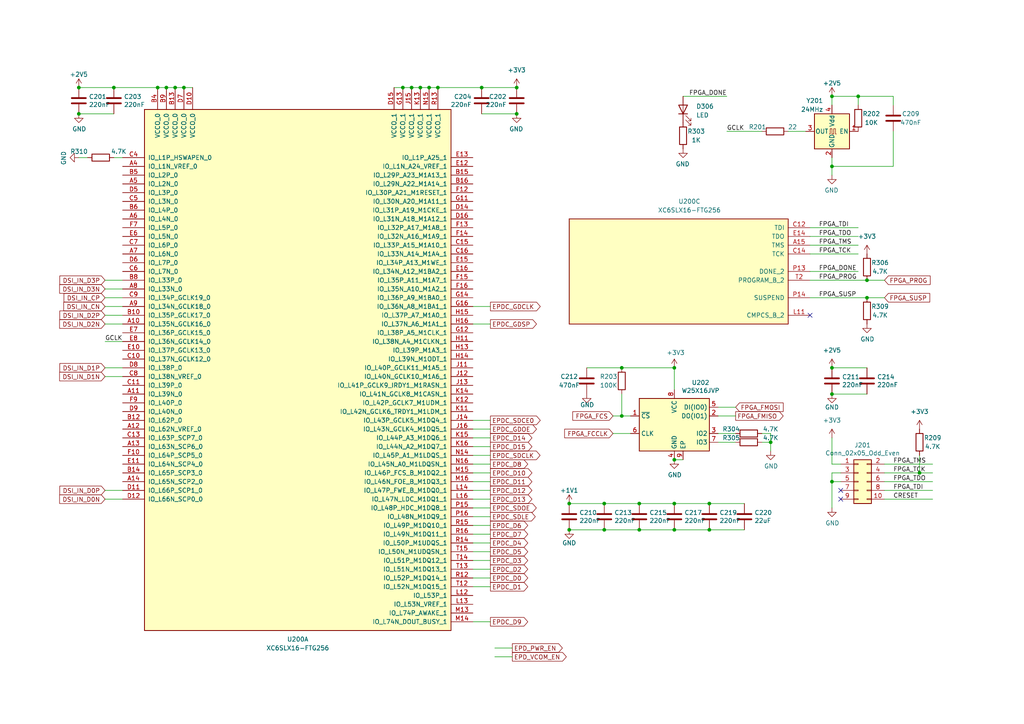
<source format=kicad_sch>
(kicad_sch (version 20210621) (generator eeschema)
  (paper "A4")
  (lib_symbols
    (symbol "Connector_Generic:Conn_02x05_Odd_Even" (pin_names (offset 1.016) hide)
      (property "Reference" "J" (at 1.27 7.62 0))
      (property "Value" "Conn_02x05_Odd_Even" (at 1.27 -7.62 0))
      (symbol "Conn_02x05_Odd_Even_1_1"
        (pin passive line (at -5.08 5.08 0) (length 3.81) (name "Pin_1") (number "1"))
        (pin passive line (at 7.62 -5.08 180) (length 3.81) (name "Pin_10") (number "10"))
        (pin passive line (at 7.62 5.08 180) (length 3.81) (name "Pin_2") (number "2"))
        (pin passive line (at -5.08 2.54 0) (length 3.81) (name "Pin_3") (number "3"))
        (pin passive line (at 7.62 2.54 180) (length 3.81) (name "Pin_4") (number "4"))
        (pin passive line (at -5.08 0 0) (length 3.81) (name "Pin_5") (number "5"))
        (pin passive line (at 7.62 0 180) (length 3.81) (name "Pin_6") (number "6"))
        (pin passive line (at -5.08 -2.54 0) (length 3.81) (name "Pin_7") (number "7"))
        (pin passive line (at 7.62 -2.54 180) (length 3.81) (name "Pin_8") (number "8"))
        (pin passive line (at -5.08 -5.08 0) (length 3.81) (name "Pin_9") (number "9"))
      )
    )
    (symbol "Device:C" (pin_numbers hide) (pin_names (offset 0.254))
      (property "Reference" "C" (at 0.635 2.54 0))
      (property "Value" "C" (at 0.635 -2.54 0))
      (symbol "C_1_1"
        (pin passive line (at 0 3.81 270) (length 2.794) (name "~") (number "1"))
        (pin passive line (at 0 -3.81 90) (length 2.794) (name "~") (number "2"))
      )
    )
    (symbol "Device:LED" (pin_numbers hide) (pin_names (offset 1.016) hide)
      (property "Reference" "D" (at 0 2.54 0))
      (property "Value" "LED" (at 0 -2.54 0))
      (symbol "LED_1_1"
        (pin passive line (at -3.81 0 0) (length 2.54) (name "K") (number "1"))
        (pin passive line (at 3.81 0 180) (length 2.54) (name "A") (number "2"))
      )
    )
    (symbol "Device:R" (pin_numbers hide) (pin_names (offset 0))
      (property "Reference" "R" (at 2.032 0 90))
      (property "Value" "R" (at 0 0 90))
      (symbol "R_1_1"
        (pin passive line (at 0 3.81 270) (length 1.27) (name "~") (number "1"))
        (pin passive line (at 0 -3.81 90) (length 1.27) (name "~") (number "2"))
      )
    )
    (symbol "FPGA_Xilinx_Spartan6:XC6SLX16-FTG256" (pin_names (offset 1.016))
      (property "Reference" "U" (at 0 1.27 0))
      (property "Value" "XC6SLX16-FTG256" (at 0 -1.27 0))
      (symbol "XC6SLX16-FTG256_1_1"
        (pin bidirectional line (at -50.8 10.16 0) (length 6.35) (name "IO_L35N_GCLK16_0") (number "A10"))
        (pin bidirectional line (at -50.8 -10.16 0) (length 6.35) (name "IO_L39N_0") (number "A11"))
        (pin bidirectional line (at -50.8 -20.32 0) (length 6.35) (name "IO_L62N_VREF_0") (number "A12"))
        (pin bidirectional line (at -50.8 -25.4 0) (length 6.35) (name "IO_L63N_SCP6_0") (number "A13"))
        (pin bidirectional line (at -50.8 -35.56 0) (length 6.35) (name "IO_L65N_SCP2_0") (number "A14"))
        (pin bidirectional line (at -50.8 55.88 0) (length 6.35) (name "IO_L1N_VREF_0") (number "A4"))
        (pin bidirectional line (at -50.8 50.8 0) (length 6.35) (name "IO_L2N_0") (number "A5"))
        (pin bidirectional line (at -50.8 40.64 0) (length 6.35) (name "IO_L4N_0") (number "A6"))
        (pin bidirectional line (at -50.8 30.48 0) (length 6.35) (name "IO_L6N_0") (number "A7"))
        (pin bidirectional line (at -50.8 20.32 0) (length 6.35) (name "IO_L33N_0") (number "A8"))
        (pin bidirectional line (at -50.8 15.24 0) (length 6.35) (name "IO_L34N_GCLK18_0") (number "A9"))
        (pin bidirectional line (at -50.8 12.7 0) (length 6.35) (name "IO_L35P_GCLK17_0") (number "B10"))
        (pin bidirectional line (at -50.8 -17.78 0) (length 6.35) (name "IO_L62P_0") (number "B12"))
        (pin power_in line (at -35.56 78.74 270) (length 6.35) (name "VCCO_0") (number "B13"))
        (pin bidirectional line (at -50.8 -33.02 0) (length 6.35) (name "IO_L65P_SCP3_0") (number "B14"))
        (pin bidirectional line (at 50.8 53.34 180) (length 6.35) (name "IO_L29P_A23_M1A13_1") (number "B15"))
        (pin bidirectional line (at 50.8 50.8 180) (length 6.35) (name "IO_L29N_A22_M1A14_1") (number "B16"))
        (pin power_in line (at -40.64 78.74 270) (length 6.35) (name "VCCO_0") (number "B4"))
        (pin bidirectional line (at -50.8 53.34 0) (length 6.35) (name "IO_L2P_0") (number "B5"))
        (pin bidirectional line (at -50.8 43.18 0) (length 6.35) (name "IO_L4P_0") (number "B6"))
        (pin bidirectional line (at -50.8 22.86 0) (length 6.35) (name "IO_L33P_0") (number "B8"))
        (pin power_in line (at -38.1 78.74 270) (length 6.35) (name "VCCO_0") (number "B9"))
        (pin bidirectional line (at -50.8 0 0) (length 6.35) (name "IO_L37N_GCLK12_0") (number "C10"))
        (pin bidirectional line (at -50.8 -7.62 0) (length 6.35) (name "IO_L39P_0") (number "C11"))
        (pin bidirectional line (at -50.8 -22.86 0) (length 6.35) (name "IO_L63P_SCP7_0") (number "C13"))
        (pin bidirectional line (at 50.8 33.02 180) (length 6.35) (name "IO_L33P_A15_M1A10_1") (number "C15"))
        (pin bidirectional line (at 50.8 30.48 180) (length 6.35) (name "IO_L33N_A14_M1A4_1") (number "C16"))
        (pin bidirectional line (at -50.8 58.42 0) (length 6.35) (name "IO_L1P_HSWAPEN_0") (number "C4"))
        (pin bidirectional line (at -50.8 45.72 0) (length 6.35) (name "IO_L3N_0") (number "C5"))
        (pin bidirectional line (at -50.8 25.4 0) (length 6.35) (name "IO_L7N_0") (number "C6"))
        (pin bidirectional line (at -50.8 33.02 0) (length 6.35) (name "IO_L6P_0") (number "C7"))
        (pin bidirectional line (at -50.8 -5.08 0) (length 6.35) (name "IO_L38N_VREF_0") (number "C8"))
        (pin bidirectional line (at -50.8 17.78 0) (length 6.35) (name "IO_L34P_GCLK19_0") (number "C9"))
        (pin power_in line (at -30.48 78.74 270) (length 6.35) (name "VCCO_0") (number "D10"))
        (pin bidirectional line (at -50.8 -38.1 0) (length 6.35) (name "IO_L66P_SCP1_0") (number "D11"))
        (pin bidirectional line (at -50.8 -40.64 0) (length 6.35) (name "IO_L66N_SCP0_0") (number "D12"))
        (pin bidirectional line (at 50.8 43.18 180) (length 6.35) (name "IO_L31P_A19_M1CKE_1") (number "D14"))
        (pin power_in line (at 27.94 78.74 270) (length 6.35) (name "VCCO_1") (number "D15"))
        (pin bidirectional line (at 50.8 40.64 180) (length 6.35) (name "IO_L31N_A18_M1A12_1") (number "D16"))
        (pin bidirectional line (at -50.8 48.26 0) (length 6.35) (name "IO_L3P_0") (number "D5"))
        (pin bidirectional line (at -50.8 27.94 0) (length 6.35) (name "IO_L7P_0") (number "D6"))
        (pin power_in line (at -33.02 78.74 270) (length 6.35) (name "VCCO_0") (number "D7"))
        (pin bidirectional line (at -50.8 -2.54 0) (length 6.35) (name "IO_L38P_0") (number "D8"))
        (pin bidirectional line (at -50.8 -15.24 0) (length 6.35) (name "IO_L40N_0") (number "D9"))
        (pin bidirectional line (at -50.8 2.54 0) (length 6.35) (name "IO_L37P_GCLK13_0") (number "E10"))
        (pin bidirectional line (at -50.8 -30.48 0) (length 6.35) (name "IO_L64N_SCP4_0") (number "E11"))
        (pin bidirectional line (at 50.8 55.88 180) (length 6.35) (name "IO_L1N_A24_VREF_1") (number "E12"))
        (pin bidirectional line (at 50.8 58.42 180) (length 6.35) (name "IO_L1P_A25_1") (number "E13"))
        (pin bidirectional line (at 50.8 27.94 180) (length 6.35) (name "IO_L34P_A13_M1WE_1") (number "E15"))
        (pin bidirectional line (at 50.8 25.4 180) (length 6.35) (name "IO_L34N_A12_M1BA2_1") (number "E16"))
        (pin bidirectional line (at -50.8 35.56 0) (length 6.35) (name "IO_L5N_0") (number "E6"))
        (pin bidirectional line (at -50.8 7.62 0) (length 6.35) (name "IO_L36P_GCLK15_0") (number "E7"))
        (pin bidirectional line (at -50.8 5.08 0) (length 6.35) (name "IO_L36N_GCLK14_0") (number "E8"))
        (pin bidirectional line (at -50.8 -27.94 0) (length 6.35) (name "IO_L64P_SCP5_0") (number "F10"))
        (pin bidirectional line (at 50.8 48.26 180) (length 6.35) (name "IO_L30P_A21_M1RESET_1") (number "F12"))
        (pin bidirectional line (at 50.8 38.1 180) (length 6.35) (name "IO_L32P_A17_M1A8_1") (number "F13"))
        (pin bidirectional line (at 50.8 35.56 180) (length 6.35) (name "IO_L32N_A16_M1A9_1") (number "F14"))
        (pin bidirectional line (at 50.8 22.86 180) (length 6.35) (name "IO_L35P_A11_M1A7_1") (number "F15"))
        (pin bidirectional line (at 50.8 20.32 180) (length 6.35) (name "IO_L35N_A10_M1A2_1") (number "F16"))
        (pin bidirectional line (at -50.8 38.1 0) (length 6.35) (name "IO_L5P_0") (number "F7"))
        (pin bidirectional line (at -50.8 -12.7 0) (length 6.35) (name "IO_L40P_0") (number "F9"))
        (pin bidirectional line (at 50.8 45.72 180) (length 6.35) (name "IO_L30N_A20_M1A11_1") (number "G11"))
        (pin bidirectional line (at 50.8 7.62 180) (length 6.35) (name "IO_L38P_A5_M1CLK_1") (number "G12"))
        (pin power_in line (at 30.48 78.74 270) (length 6.35) (name "VCCO_1") (number "G13"))
        (pin bidirectional line (at 50.8 17.78 180) (length 6.35) (name "IO_L36P_A9_M1BA0_1") (number "G14"))
        (pin bidirectional line (at 50.8 15.24 180) (length 6.35) (name "IO_L36N_A8_M1BA1_1") (number "G16"))
        (pin bidirectional line (at 50.8 5.08 180) (length 6.35) (name "IO_L38N_A4_M1CLKN_1") (number "H11"))
        (pin bidirectional line (at 50.8 2.54 180) (length 6.35) (name "IO_L39P_M1A3_1") (number "H13"))
        (pin bidirectional line (at 50.8 0 180) (length 6.35) (name "IO_L39N_M1ODT_1") (number "H14"))
        (pin bidirectional line (at 50.8 12.7 180) (length 6.35) (name "IO_L37P_A7_M1A0_1") (number "H15"))
        (pin bidirectional line (at 50.8 10.16 180) (length 6.35) (name "IO_L37N_A6_M1A1_1") (number "H16"))
        (pin bidirectional line (at 50.8 -2.54 180) (length 6.35) (name "IO_L40P_GCLK11_M1A5_1") (number "J11"))
        (pin bidirectional line (at 50.8 -5.08 180) (length 6.35) (name "IO_L40N_GCLK10_M1A6_1") (number "J12"))
        (pin bidirectional line (at 50.8 -7.62 180) (length 6.35) (name "IO_L41P_GCLK9_IRDY1_M1RASN_1") (number "J13"))
        (pin bidirectional line (at 50.8 -17.78 180) (length 6.35) (name "IO_L43P_GCLK5_M1DQ4_1") (number "J14"))
        (pin power_in line (at 33.02 78.74 270) (length 6.35) (name "VCCO_1") (number "J15"))
        (pin bidirectional line (at 50.8 -20.32 180) (length 6.35) (name "IO_L43N_GCLK4_M1DQ5_1") (number "J16"))
        (pin bidirectional line (at 50.8 -15.24 180) (length 6.35) (name "IO_L42N_GCLK6_TRDY1_M1LDM_1") (number "K11"))
        (pin bidirectional line (at 50.8 -12.7 180) (length 6.35) (name "IO_L42P_GCLK7_M1UDM_1") (number "K12"))
        (pin power_in line (at 35.56 78.74 270) (length 6.35) (name "VCCO_1") (number "K13"))
        (pin bidirectional line (at 50.8 -10.16 180) (length 6.35) (name "IO_L41N_GCLK8_M1CASN_1") (number "K14"))
        (pin bidirectional line (at 50.8 -22.86 180) (length 6.35) (name "IO_L44P_A3_M1DQ6_1") (number "K15"))
        (pin bidirectional line (at 50.8 -25.4 180) (length 6.35) (name "IO_L44N_A2_M1DQ7_1") (number "K16"))
        (pin bidirectional line (at 50.8 -68.58 180) (length 6.35) (name "IO_L53P_1") (number "L12"))
        (pin bidirectional line (at 50.8 -71.12 180) (length 6.35) (name "IO_L53N_VREF_1") (number "L13"))
        (pin bidirectional line (at 50.8 -38.1 180) (length 6.35) (name "IO_L47P_FWE_B_M1DQ0_1") (number "L14"))
        (pin bidirectional line (at 50.8 -40.64 180) (length 6.35) (name "IO_L47N_LDC_M1DQ1_1") (number "L16"))
        (pin bidirectional line (at 50.8 -73.66 180) (length 6.35) (name "IO_L74P_AWAKE_1") (number "M13"))
        (pin bidirectional line (at 50.8 -76.2 180) (length 6.35) (name "IO_L74N_DOUT_BUSY_1") (number "M14"))
        (pin bidirectional line (at 50.8 -33.02 180) (length 6.35) (name "IO_L46P_FCS_B_M1DQ2_1") (number "M15"))
        (pin bidirectional line (at 50.8 -35.56 180) (length 6.35) (name "IO_L46N_FOE_B_M1DQ3_1") (number "M16"))
        (pin bidirectional line (at 50.8 -27.94 180) (length 6.35) (name "IO_L45P_A1_M1LDQS_1") (number "N14"))
        (pin power_in line (at 38.1 78.74 270) (length 6.35) (name "VCCO_1") (number "N15"))
        (pin bidirectional line (at 50.8 -30.48 180) (length 6.35) (name "IO_L45N_A0_M1LDQSN_1") (number "N16"))
        (pin bidirectional line (at 50.8 -43.18 180) (length 6.35) (name "IO_L48P_HDC_M1DQ8_1") (number "P15"))
        (pin bidirectional line (at 50.8 -45.72 180) (length 6.35) (name "IO_L48N_M1DQ9_1") (number "P16"))
        (pin bidirectional line (at 50.8 -63.5 180) (length 6.35) (name "IO_L52P_M1DQ14_1") (number "R12"))
        (pin power_in line (at 40.64 78.74 270) (length 6.35) (name "VCCO_1") (number "R13"))
        (pin bidirectional line (at 50.8 -53.34 180) (length 6.35) (name "IO_L50P_M1UDQS_1") (number "R14"))
        (pin bidirectional line (at 50.8 -48.26 180) (length 6.35) (name "IO_L49P_M1DQ10_1") (number "R15"))
        (pin bidirectional line (at 50.8 -50.8 180) (length 6.35) (name "IO_L49N_M1DQ11_1") (number "R16"))
        (pin bidirectional line (at 50.8 -66.04 180) (length 6.35) (name "IO_L52N_M1DQ15_1") (number "T12"))
        (pin bidirectional line (at 50.8 -60.96 180) (length 6.35) (name "IO_L51N_M1DQ13_1") (number "T13"))
        (pin bidirectional line (at 50.8 -58.42 180) (length 6.35) (name "IO_L51P_M1DQ12_1") (number "T14"))
        (pin bidirectional line (at 50.8 -55.88 180) (length 6.35) (name "IO_L50N_M1UDQSN_1") (number "T15"))
      )
      (symbol "XC6SLX16-FTG256_2_1"
        (pin bidirectional line (at 50.8 -55.88 180) (length 6.35) (name "IO_L52N_M3A9_3") (number "A2"))
        (pin bidirectional line (at 50.8 -76.2 180) (length 6.35) (name "IO_L83N_VREF_3") (number "A3"))
        (pin bidirectional line (at 50.8 -45.72 180) (length 6.35) (name "IO_L50N_M3BA2_3") (number "B1"))
        (pin bidirectional line (at 50.8 -53.34 180) (length 6.35) (name "IO_L52P_M3A8_3") (number "B2"))
        (pin bidirectional line (at 50.8 -73.66 180) (length 6.35) (name "IO_L83P_3") (number "B3"))
        (pin bidirectional line (at 50.8 -43.18 180) (length 6.35) (name "IO_L50P_M3WE_3") (number "C1"))
        (pin bidirectional line (at 50.8 -35.56 180) (length 6.35) (name "IO_L48N_M3BA1_3") (number "C2"))
        (pin bidirectional line (at 50.8 -33.02 180) (length 6.35) (name "IO_L48P_M3BA0_3") (number "C3"))
        (pin bidirectional line (at 50.8 -40.64 180) (length 6.35) (name "IO_L49N_M3A2_3") (number "D1"))
        (pin power_in line (at 30.48 78.74 270) (length 6.35) (name "VCCO_3") (number "D2"))
        (pin bidirectional line (at 50.8 -38.1 180) (length 6.35) (name "IO_L49P_M3A7_3") (number "D3"))
        (pin bidirectional line (at 50.8 -25.4 180) (length 6.35) (name "IO_L46N_M3CLKN_3") (number "E1"))
        (pin bidirectional line (at 50.8 -22.86 180) (length 6.35) (name "IO_L46P_M3CLK_3") (number "E2"))
        (pin bidirectional line (at 50.8 -66.04 180) (length 6.35) (name "IO_L54N_M3A11_3") (number "E3"))
        (pin bidirectional line (at 50.8 -63.5 180) (length 6.35) (name "IO_L54P_M3RESET_3") (number "E4"))
        (pin bidirectional line (at 50.8 0 180) (length 6.35) (name "IO_L41N_GCLK26_M3DQ5_3") (number "F1"))
        (pin bidirectional line (at 50.8 2.54 180) (length 6.35) (name "IO_L41P_GCLK27_M3DQ4_3") (number "F2"))
        (pin bidirectional line (at 50.8 -60.96 180) (length 6.35) (name "IO_L53N_M3A12_3") (number "F3"))
        (pin bidirectional line (at 50.8 -58.42 180) (length 6.35) (name "IO_L53P_M3CKE_3") (number "F4"))
        (pin bidirectional line (at 50.8 -71.12 180) (length 6.35) (name "IO_L55N_M3A14_3") (number "F5"))
        (pin bidirectional line (at 50.8 -68.58 180) (length 6.35) (name "IO_L55P_M3A13_3") (number "F6"))
        (pin bidirectional line (at 50.8 5.08 180) (length 6.35) (name "IO_L40N_M3DQ7_3") (number "G1"))
        (pin bidirectional line (at 50.8 7.62 180) (length 6.35) (name "IO_L40P_M3DQ6_3") (number "G3"))
        (pin power_in line (at 33.02 78.74 270) (length 6.35) (name "VCCO_3") (number "G4"))
        (pin bidirectional line (at 50.8 -50.8 180) (length 6.35) (name "IO_L51N_M3A4_3") (number "G5"))
        (pin bidirectional line (at 50.8 -48.26 180) (length 6.35) (name "IO_L51P_M3A10_3") (number "G6"))
        (pin bidirectional line (at 50.8 10.16 180) (length 6.35) (name "IO_L39N_M3LDQSN_3") (number "H1"))
        (pin bidirectional line (at 50.8 12.7 180) (length 6.35) (name "IO_L39P_M3LDQS_3") (number "H2"))
        (pin bidirectional line (at 50.8 -15.24 180) (length 6.35) (name "IO_L44N_GCLK20_M3A6_3") (number "H3"))
        (pin bidirectional line (at 50.8 -12.7 180) (length 6.35) (name "IO_L44P_GCLK21_M3A5_3") (number "H4"))
        (pin bidirectional line (at 50.8 -10.16 180) (length 6.35) (name "IO_L43N_GCLK22_IRDY2_M3CASN_3") (number "H5"))
        (pin bidirectional line (at 50.8 15.24 180) (length 6.35) (name "IO_L38N_M3DQ3_3") (number "J1"))
        (pin power_in line (at 35.56 78.74 270) (length 6.35) (name "VCCO_3") (number "J2"))
        (pin bidirectional line (at 50.8 17.78 180) (length 6.35) (name "IO_L38P_M3DQ2_3") (number "J3"))
        (pin bidirectional line (at 50.8 -5.08 180) (length 6.35) (name "IO_L42N_GCLK24_M3LDM_3") (number "J4"))
        (pin bidirectional line (at 50.8 -7.62 180) (length 6.35) (name "IO_L43P_GCLK23_M3RASN_3") (number "J6"))
        (pin bidirectional line (at 50.8 20.32 180) (length 6.35) (name "IO_L37N_M3DQ1_3") (number "K1"))
        (pin bidirectional line (at 50.8 22.86 180) (length 6.35) (name "IO_L37P_M3DQ0_3") (number "K2"))
        (pin bidirectional line (at 50.8 -2.54 180) (length 6.35) (name "IO_L42P_GCLK25_TRDY2_M3UDM_3") (number "K3"))
        (pin power_in line (at 38.1 78.74 270) (length 6.35) (name "VCCO_3") (number "K4"))
        (pin bidirectional line (at 50.8 -27.94 180) (length 6.35) (name "IO_L47P_M3A0_3") (number "K5"))
        (pin bidirectional line (at 50.8 -30.48 180) (length 6.35) (name "IO_L47N_M3A1_3") (number "K6"))
        (pin bidirectional line (at 50.8 25.4 180) (length 6.35) (name "IO_L36N_M3DQ9_3") (number "L1"))
        (pin bidirectional line (at -50.8 27.94 0) (length 6.35) (name "IO_L16P_2") (number "L10"))
        (pin bidirectional line (at 50.8 27.94 180) (length 6.35) (name "IO_L36P_M3DQ8_3") (number "L3"))
        (pin bidirectional line (at 50.8 -17.78 180) (length 6.35) (name "IO_L45P_M3A3_3") (number "L4"))
        (pin bidirectional line (at 50.8 -20.32 180) (length 6.35) (name "IO_L45N_M3ODT_3") (number "L5"))
        (pin bidirectional line (at -50.8 -20.32 0) (length 6.35) (name "IO_L62N_D6_2") (number "L7"))
        (pin bidirectional line (at -50.8 -17.78 0) (length 6.35) (name "IO_L62P_D5_2") (number "L8"))
        (pin bidirectional line (at 50.8 30.48 180) (length 6.35) (name "IO_L35N_M3DQ11_3") (number "M1"))
        (pin bidirectional line (at -50.8 25.4 0) (length 6.35) (name "IO_L16N_VREF_2") (number "M10"))
        (pin bidirectional line (at -50.8 50.8 0) (length 6.35) (name "IO_L2N_CMPMOSI_2") (number "M11"))
        (pin bidirectional line (at -50.8 53.34 0) (length 6.35) (name "IO_L2P_CMPCLK_2") (number "M12"))
        (pin bidirectional line (at 50.8 33.02 180) (length 6.35) (name "IO_L35P_M3DQ10_3") (number "M2"))
        (pin bidirectional line (at 50.8 55.88 180) (length 6.35) (name "IO_L1N_VREF_3") (number "M3"))
        (pin bidirectional line (at 50.8 58.42 180) (length 6.35) (name "IO_L1P_3") (number "M4"))
        (pin bidirectional line (at 50.8 53.34 180) (length 6.35) (name "IO_L2P_3") (number "M5"))
        (pin bidirectional line (at -50.8 -27.94 0) (length 6.35) (name "IO_L64P_D8_2") (number "M6"))
        (pin bidirectional line (at -50.8 5.08 0) (length 6.35) (name "IO_L31N_GCLK30_D15_2") (number "M7"))
        (pin bidirectional line (at -50.8 17.78 0) (length 6.35) (name "IO_L29P_GCLK3_2") (number "M9"))
        (pin bidirectional line (at 50.8 35.56 180) (length 6.35) (name "IO_L34N_M3UDQSN_3") (number "N1"))
        (pin power_in line (at -38.1 78.74 270) (length 6.35) (name "VCCO_2") (number "N10"))
        (pin bidirectional line (at -50.8 38.1 0) (length 6.35) (name "IO_L13P_M1_2") (number "N11"))
        (pin bidirectional line (at -50.8 43.18 0) (length 6.35) (name "IO_L12P_D1_MISO2_2") (number "N12"))
        (pin power_in line (at 40.64 78.74 270) (length 6.35) (name "VCCO_3") (number "N2"))
        (pin bidirectional line (at 50.8 38.1 180) (length 6.35) (name "IO_L34P_M3UDQS_3") (number "N3"))
        (pin bidirectional line (at 50.8 50.8 180) (length 6.35) (name "IO_L2N_3") (number "N4"))
        (pin bidirectional line (at -50.8 -12.7 0) (length 6.35) (name "IO_L49P_D3_2") (number "N5"))
        (pin bidirectional line (at -50.8 -30.48 0) (length 6.35) (name "IO_L64N_D9_2") (number "N6"))
        (pin power_in line (at -40.64 78.74 270) (length 6.35) (name "VCCO_2") (number "N7"))
        (pin bidirectional line (at -50.8 15.24 0) (length 6.35) (name "IO_L29N_GCLK2_2") (number "N8"))
        (pin bidirectional line (at -50.8 33.02 0) (length 6.35) (name "IO_L14P_D11_2") (number "N9"))
        (pin bidirectional line (at 50.8 40.64 180) (length 6.35) (name "IO_L33N_M3DQ13_3") (number "P1"))
        (pin bidirectional line (at -50.8 48.26 0) (length 6.35) (name "IO_L3P_D0_DIN_MISO_MISO1_2") (number "P10"))
        (pin bidirectional line (at -50.8 35.56 0) (length 6.35) (name "IO_L13N_D10_2") (number "P11"))
        (pin bidirectional line (at -50.8 40.64 0) (length 6.35) (name "IO_L12N_D2_MISO3_2") (number "P12"))
        (pin bidirectional line (at 50.8 43.18 180) (length 6.35) (name "IO_L33P_M3DQ12_3") (number "P2"))
        (pin bidirectional line (at -50.8 -22.86 0) (length 6.35) (name "IO_L63P_2") (number "P4"))
        (pin bidirectional line (at -50.8 -15.24 0) (length 6.35) (name "IO_L49N_D4_2") (number "P5"))
        (pin bidirectional line (at -50.8 -2.54 0) (length 6.35) (name "IO_L47P_2") (number "P6"))
        (pin bidirectional line (at -50.8 7.62 0) (length 6.35) (name "IO_L31P_GCLK31_D14_2") (number "P7"))
        (pin bidirectional line (at -50.8 12.7 0) (length 6.35) (name "IO_L30P_GCLK1_D13_2") (number "P8"))
        (pin bidirectional line (at -50.8 30.48 0) (length 6.35) (name "IO_L14N_D12_2") (number "P9"))
        (pin bidirectional line (at 50.8 45.72 180) (length 6.35) (name "IO_L32N_M3DQ15_3") (number "R1"))
        (pin bidirectional line (at -50.8 58.42 0) (length 6.35) (name "IO_L1P_CCLK_2") (number "R11"))
        (pin bidirectional line (at 50.8 48.26 180) (length 6.35) (name "IO_L32P_M3DQ14_3") (number "R2"))
        (pin bidirectional line (at -50.8 -33.02 0) (length 6.35) (name "IO_L65P_INIT_B_2") (number "R3"))
        (pin power_in line (at -35.56 78.74 270) (length 6.35) (name "VCCO_2") (number "R4"))
        (pin bidirectional line (at -50.8 -7.62 0) (length 6.35) (name "IO_L48P_D7_2") (number "R5"))
        (pin bidirectional line (at -50.8 2.54 0) (length 6.35) (name "IO_L32P_GCLK29_2") (number "R7"))
        (pin power_in line (at -33.02 78.74 270) (length 6.35) (name "VCCO_2") (number "R8"))
        (pin bidirectional line (at -50.8 22.86 0) (length 6.35) (name "IO_L23P_2") (number "R9"))
        (pin bidirectional line (at -50.8 45.72 0) (length 6.35) (name "IO_L3N_MOSI_CSI_B_MISO0_2") (number "T10"))
        (pin bidirectional line (at -50.8 55.88 0) (length 6.35) (name "IO_L1N_M0_CMPMISO_2") (number "T11"))
        (pin bidirectional line (at -50.8 -35.56 0) (length 6.35) (name "IO_L65N_CSO_B_2") (number "T3"))
        (pin bidirectional line (at -50.8 -25.4 0) (length 6.35) (name "IO_L63N_2") (number "T4"))
        (pin bidirectional line (at -50.8 -10.16 0) (length 6.35) (name "IO_L48N_RDWR_B_VREF_2") (number "T5"))
        (pin bidirectional line (at -50.8 -5.08 0) (length 6.35) (name "IO_L47N_2") (number "T6"))
        (pin bidirectional line (at -50.8 0 0) (length 6.35) (name "IO_L32N_GCLK28_2") (number "T7"))
        (pin bidirectional line (at -50.8 10.16 0) (length 6.35) (name "IO_L30N_GCLK0_USERCCLK_2") (number "T8"))
        (pin bidirectional line (at -50.8 20.32 0) (length 6.35) (name "IO_L23N_2") (number "T9"))
      )
      (symbol "XC6SLX16-FTG256_3_1"
        (pin bidirectional line (at 38.1 7.62 180) (length 6.35) (name "TMS") (number "A15"))
        (pin bidirectional line (at 38.1 12.7 180) (length 6.35) (name "TDI") (number "C12"))
        (pin bidirectional line (at 38.1 5.08 180) (length 6.35) (name "TCK") (number "C14"))
        (pin bidirectional line (at 38.1 10.16 180) (length 6.35) (name "TDO") (number "E14"))
        (pin bidirectional line (at 38.1 -12.7 180) (length 6.35) (name "CMPCS_B_2") (number "L11"))
        (pin bidirectional line (at 38.1 0 180) (length 6.35) (name "DONE_2") (number "P13"))
        (pin bidirectional line (at 38.1 -7.62 180) (length 6.35) (name "SUSPEND") (number "P14"))
        (pin bidirectional line (at 38.1 -2.54 180) (length 6.35) (name "PROGRAM_B_2") (number "T2"))
      )
      (symbol "XC6SLX16-FTG256_4_1"
        (pin power_in line (at -25.4 2.54 0) (length 6.35) (name "GND") (number "A1"))
        (pin power_in line (at -25.4 0 0) (length 6.35) (name "GND") (number "A16"))
        (pin power_in line (at -25.4 -5.08 0) (length 6.35) (name "GND") (number "B11"))
        (pin power_in line (at -25.4 -2.54 0) (length 6.35) (name "GND") (number "B7"))
        (pin power_in line (at -25.4 -10.16 0) (length 6.35) (name "GND") (number "D13"))
        (pin power_in line (at -25.4 -7.62 0) (length 6.35) (name "GND") (number "D4"))
        (pin power_in line (at -25.4 27.94 0) (length 6.35) (name "VCCAUX") (number "E5"))
        (pin power_in line (at -25.4 -12.7 0) (length 6.35) (name "GND") (number "E9"))
        (pin power_in line (at -25.4 22.86 0) (length 6.35) (name "VCCAUX") (number "F11"))
        (pin power_in line (at -25.4 25.4 0) (length 6.35) (name "VCCAUX") (number "F8"))
        (pin power_in line (at -25.4 20.32 0) (length 6.35) (name "VCCAUX") (number "G10"))
        (pin power_in line (at -25.4 -20.32 0) (length 6.35) (name "GND") (number "G15"))
        (pin power_in line (at -25.4 -15.24 0) (length 6.35) (name "GND") (number "G2"))
        (pin power_in line (at 25.4 27.94 180) (length 6.35) (name "VCCINT") (number "G7"))
        (pin power_in line (at -25.4 -17.78 0) (length 6.35) (name "GND") (number "G8"))
        (pin power_in line (at 25.4 25.4 180) (length 6.35) (name "VCCINT") (number "G9"))
        (pin power_in line (at 25.4 20.32 180) (length 6.35) (name "VCCINT") (number "H10"))
        (pin power_in line (at -25.4 -27.94 0) (length 6.35) (name "GND") (number "H12"))
        (pin power_in line (at -25.4 17.78 0) (length 6.35) (name "VCCAUX") (number "H6"))
        (pin power_in line (at -25.4 -22.86 0) (length 6.35) (name "GND") (number "H7"))
        (pin power_in line (at 25.4 22.86 180) (length 6.35) (name "VCCINT") (number "H8"))
        (pin power_in line (at -25.4 -25.4 0) (length 6.35) (name "GND") (number "H9"))
        (pin power_in line (at -25.4 15.24 0) (length 6.35) (name "VCCAUX") (number "J10"))
        (pin power_in line (at 25.4 2.54 180) (length 6.35) (name "GND") (number "J5"))
        (pin power_in line (at 25.4 17.78 180) (length 6.35) (name "VCCINT") (number "J7"))
        (pin power_in line (at 25.4 0 180) (length 6.35) (name "GND") (number "J8"))
        (pin power_in line (at 25.4 15.24 180) (length 6.35) (name "VCCINT") (number "J9"))
        (pin power_in line (at 25.4 10.16 180) (length 6.35) (name "VCCINT") (number "K10"))
        (pin power_in line (at 25.4 -2.54 180) (length 6.35) (name "GND") (number "K7"))
        (pin power_in line (at 25.4 12.7 180) (length 6.35) (name "VCCINT") (number "K8"))
        (pin power_in line (at 25.4 -5.08 180) (length 6.35) (name "GND") (number "K9"))
        (pin power_in line (at 25.4 -10.16 180) (length 6.35) (name "GND") (number "L15"))
        (pin power_in line (at 25.4 -7.62 180) (length 6.35) (name "GND") (number "L2"))
        (pin power_in line (at -25.4 12.7 0) (length 6.35) (name "VCCAUX") (number "L6"))
        (pin power_in line (at -25.4 10.16 0) (length 6.35) (name "VCCAUX") (number "L9"))
        (pin power_in line (at 25.4 -12.7 180) (length 6.35) (name "GND") (number "M8"))
        (pin power_in line (at 25.4 -15.24 180) (length 6.35) (name "GND") (number "N13"))
        (pin power_in line (at 25.4 -17.78 180) (length 6.35) (name "GND") (number "P3"))
        (pin power_in line (at 25.4 -22.86 180) (length 6.35) (name "GND") (number "R10"))
        (pin power_in line (at 25.4 -20.32 180) (length 6.35) (name "GND") (number "R6"))
        (pin power_in line (at 25.4 -25.4 180) (length 6.35) (name "GND") (number "T1"))
        (pin power_in line (at 25.4 -27.94 180) (length 6.35) (name "GND") (number "T16"))
      )
    )
    (symbol "Memory_Flash:W25Q32JVZP"
      (property "Reference" "U" (at -8.89 8.89 0))
      (property "Value" "W25Q32JVZP" (at 7.62 8.89 0))
      (symbol "W25Q32JVZP_1_1"
        (pin input line (at -12.7 2.54 0) (length 2.54) (name "~{CS}") (number "1"))
        (pin bidirectional line (at 12.7 2.54 180) (length 2.54) (name "DO(IO1)") (number "2"))
        (pin bidirectional line (at 12.7 -2.54 180) (length 2.54) (name "IO2") (number "3"))
        (pin power_in line (at 0 -10.16 90) (length 2.54) (name "GND") (number "4"))
        (pin bidirectional line (at 12.7 5.08 180) (length 2.54) (name "DI(IO0)") (number "5"))
        (pin input line (at -12.7 -2.54 0) (length 2.54) (name "CLK") (number "6"))
        (pin bidirectional line (at 12.7 -5.08 180) (length 2.54) (name "IO3") (number "7"))
        (pin power_in line (at 0 10.16 270) (length 2.54) (name "VCC") (number "8"))
        (pin passive line (at 2.54 -10.16 90) (length 2.54) (name "EP") (number "9"))
      )
    )
    (symbol "Oscillator:ASE-xxxMHz" (pin_names (offset 0.254))
      (property "Reference" "X" (at -5.08 6.35 0))
      (property "Value" "ASE-xxxMHz" (at 1.27 -6.35 0))
      (symbol "ASE-xxxMHz_1_1"
        (pin input line (at -7.62 0 0) (length 2.54) (name "EN") (number "1"))
        (pin power_in line (at 0 -7.62 90) (length 2.54) (name "GND") (number "2"))
        (pin output line (at 7.62 0 180) (length 2.54) (name "OUT") (number "3"))
        (pin power_in line (at 0 7.62 270) (length 2.54) (name "Vdd") (number "4"))
      )
    )
    (symbol "power:+1V1" (power) (pin_names (offset 0))
      (property "Value" "+1V1" (at 0 3.556 0))
      (symbol "+1V1_1_1"
        (pin power_in line (at 0 0 90) (length 0) hide (name "+1V1") (number "1"))
      )
    )
    (symbol "power:+2V5" (power) (pin_names (offset 0))
      (property "Value" "+2V5" (at 0 3.556 0))
      (symbol "+2V5_1_1"
        (pin power_in line (at 0 0 90) (length 0) hide (name "+2V5") (number "1"))
      )
    )
    (symbol "power:+3V3" (power) (pin_names (offset 0))
      (property "Value" "+3V3" (at 0 3.556 0))
      (symbol "+3V3_1_1"
        (pin power_in line (at 0 0 90) (length 0) hide (name "+3V3") (number "1"))
      )
    )
    (symbol "power:GND" (power) (pin_names (offset 0))
      (property "Value" "GND" (at 0 -3.81 0))
      (symbol "GND_1_1"
        (pin power_in line (at 0 0 270) (length 0) hide (name "GND") (number "1"))
      )
    )
  )
  (junction (at 22.86 25.4))
  (junction (at 22.86 33.02))
  (junction (at 33.02 25.4) (diameter 0.9144))
  (junction (at 45.72 25.4))
  (junction (at 48.26 25.4))
  (junction (at 50.8 25.4))
  (junction (at 53.34 25.4))
  (junction (at 116.84 25.4))
  (junction (at 119.38 25.4))
  (junction (at 121.92 25.4))
  (junction (at 124.46 25.4))
  (junction (at 127 25.4))
  (junction (at 139.7 25.4) (diameter 0.9144))
  (junction (at 149.86 25.4))
  (junction (at 149.86 33.02))
  (junction (at 165.1 146.05))
  (junction (at 165.1 153.67) (diameter 0.9144))
  (junction (at 175.26 146.05) (diameter 0.9144))
  (junction (at 175.26 153.67) (diameter 0.9144))
  (junction (at 180.34 106.68) (diameter 0.9144))
  (junction (at 180.34 120.65) (diameter 0.9144))
  (junction (at 185.42 146.05) (diameter 0.9144))
  (junction (at 185.42 153.67) (diameter 0.9144))
  (junction (at 195.58 106.68) (diameter 0.9144))
  (junction (at 195.58 133.35) (diameter 0.9144))
  (junction (at 195.58 146.05) (diameter 0.9144))
  (junction (at 195.58 153.67) (diameter 0.9144))
  (junction (at 205.74 146.05))
  (junction (at 205.74 153.67))
  (junction (at 223.52 128.27))
  (junction (at 241.3 27.94))
  (junction (at 241.3 48.26))
  (junction (at 241.3 106.68))
  (junction (at 241.3 114.3))
  (junction (at 241.3 139.7) (diameter 0.9144))
  (junction (at 248.92 27.94))
  (junction (at 251.46 81.28))
  (junction (at 251.46 86.36))
  (junction (at 266.7 137.16) (diameter 0.9144))
  (no_connect (at 234.95 91.44))
  (no_connect (at 243.84 142.24))
  (no_connect (at 243.84 144.78))
  (wire (pts (xy 22.86 25.4) (xy 33.02 25.4)))
  (wire (pts (xy 22.86 45.72) (xy 25.4 45.72)))
  (wire (pts (xy 30.48 81.28) (xy 35.56 81.28)))
  (wire (pts (xy 30.48 83.82) (xy 35.56 83.82)))
  (wire (pts (xy 30.48 86.36) (xy 35.56 86.36)))
  (wire (pts (xy 30.48 88.9) (xy 35.56 88.9)))
  (wire (pts (xy 30.48 91.44) (xy 35.56 91.44)))
  (wire (pts (xy 30.48 93.98) (xy 35.56 93.98)))
  (wire (pts (xy 30.48 99.06) (xy 35.56 99.06)))
  (wire (pts (xy 30.48 106.68) (xy 35.56 106.68)))
  (wire (pts (xy 30.48 109.22) (xy 35.56 109.22)))
  (wire (pts (xy 30.48 142.24) (xy 35.56 142.24)))
  (wire (pts (xy 30.48 144.78) (xy 35.56 144.78)))
  (wire (pts (xy 33.02 25.4) (xy 45.72 25.4)))
  (wire (pts (xy 33.02 33.02) (xy 22.86 33.02)))
  (wire (pts (xy 33.02 45.72) (xy 35.56 45.72)))
  (wire (pts (xy 45.72 25.4) (xy 48.26 25.4)))
  (wire (pts (xy 48.26 25.4) (xy 50.8 25.4)))
  (wire (pts (xy 50.8 25.4) (xy 53.34 25.4)))
  (wire (pts (xy 53.34 25.4) (xy 55.88 25.4)))
  (wire (pts (xy 114.3 25.4) (xy 116.84 25.4)))
  (wire (pts (xy 116.84 25.4) (xy 119.38 25.4)))
  (wire (pts (xy 119.38 25.4) (xy 121.92 25.4)))
  (wire (pts (xy 124.46 25.4) (xy 121.92 25.4)))
  (wire (pts (xy 127 25.4) (xy 124.46 25.4)))
  (wire (pts (xy 137.16 88.9) (xy 142.24 88.9)))
  (wire (pts (xy 137.16 93.98) (xy 142.24 93.98)))
  (wire (pts (xy 137.16 121.92) (xy 142.24 121.92)))
  (wire (pts (xy 137.16 124.46) (xy 142.24 124.46)))
  (wire (pts (xy 137.16 127) (xy 142.24 127)))
  (wire (pts (xy 137.16 129.54) (xy 142.24 129.54)))
  (wire (pts (xy 137.16 132.08) (xy 142.24 132.08)))
  (wire (pts (xy 137.16 134.62) (xy 142.24 134.62)))
  (wire (pts (xy 137.16 137.16) (xy 142.24 137.16)))
  (wire (pts (xy 137.16 139.7) (xy 142.24 139.7)))
  (wire (pts (xy 137.16 142.24) (xy 142.24 142.24)))
  (wire (pts (xy 137.16 144.78) (xy 142.24 144.78)))
  (wire (pts (xy 137.16 147.32) (xy 142.24 147.32)))
  (wire (pts (xy 137.16 149.86) (xy 142.24 149.86)))
  (wire (pts (xy 137.16 152.4) (xy 142.24 152.4)))
  (wire (pts (xy 137.16 154.94) (xy 142.24 154.94)))
  (wire (pts (xy 137.16 157.48) (xy 142.24 157.48)))
  (wire (pts (xy 137.16 160.02) (xy 142.24 160.02)))
  (wire (pts (xy 137.16 162.56) (xy 142.24 162.56)))
  (wire (pts (xy 137.16 165.1) (xy 142.24 165.1)))
  (wire (pts (xy 137.16 167.64) (xy 142.24 167.64)))
  (wire (pts (xy 137.16 170.18) (xy 142.24 170.18)))
  (wire (pts (xy 137.16 180.34) (xy 142.24 180.34)))
  (wire (pts (xy 139.7 25.4) (xy 127 25.4)))
  (wire (pts (xy 139.7 33.02) (xy 149.86 33.02)))
  (wire (pts (xy 143.51 187.96) (xy 148.59 187.96)))
  (wire (pts (xy 143.51 190.5) (xy 148.59 190.5)))
  (wire (pts (xy 149.86 25.4) (xy 139.7 25.4)))
  (wire (pts (xy 165.1 146.05) (xy 175.26 146.05)))
  (wire (pts (xy 170.18 106.68) (xy 180.34 106.68)))
  (wire (pts (xy 175.26 153.67) (xy 165.1 153.67)))
  (wire (pts (xy 177.8 120.65) (xy 180.34 120.65)))
  (wire (pts (xy 177.8 125.73) (xy 182.88 125.73)))
  (wire (pts (xy 180.34 106.68) (xy 195.58 106.68)))
  (wire (pts (xy 180.34 114.3) (xy 180.34 120.65)))
  (wire (pts (xy 180.34 120.65) (xy 182.88 120.65)))
  (wire (pts (xy 185.42 146.05) (xy 175.26 146.05)))
  (wire (pts (xy 185.42 153.67) (xy 175.26 153.67)))
  (wire (pts (xy 195.58 113.03) (xy 195.58 106.68)))
  (wire (pts (xy 195.58 146.05) (xy 185.42 146.05)))
  (wire (pts (xy 195.58 146.05) (xy 205.74 146.05)))
  (wire (pts (xy 195.58 153.67) (xy 185.42 153.67)))
  (wire (pts (xy 195.58 153.67) (xy 205.74 153.67)))
  (wire (pts (xy 198.12 27.94) (xy 210.82 27.94)))
  (wire (pts (xy 198.12 133.35) (xy 195.58 133.35)))
  (wire (pts (xy 205.74 146.05) (xy 215.9 146.05)))
  (wire (pts (xy 205.74 153.67) (xy 215.9 153.67)))
  (wire (pts (xy 208.28 118.11) (xy 213.36 118.11)))
  (wire (pts (xy 208.28 120.65) (xy 213.36 120.65)))
  (wire (pts (xy 208.28 125.73) (xy 213.36 125.73)))
  (wire (pts (xy 208.28 128.27) (xy 213.36 128.27)))
  (wire (pts (xy 210.82 38.1) (xy 220.98 38.1)))
  (wire (pts (xy 220.98 125.73) (xy 223.52 125.73)))
  (wire (pts (xy 220.98 128.27) (xy 223.52 128.27)))
  (wire (pts (xy 223.52 125.73) (xy 223.52 128.27)))
  (wire (pts (xy 223.52 128.27) (xy 223.52 130.81)))
  (wire (pts (xy 228.6 38.1) (xy 233.68 38.1)))
  (wire (pts (xy 234.95 66.04) (xy 248.92 66.04)))
  (wire (pts (xy 234.95 78.74) (xy 248.92 78.74)))
  (wire (pts (xy 234.95 81.28) (xy 251.46 81.28)))
  (wire (pts (xy 234.95 86.36) (xy 251.46 86.36)))
  (wire (pts (xy 241.3 27.94) (xy 241.3 30.48)))
  (wire (pts (xy 241.3 27.94) (xy 248.92 27.94)))
  (wire (pts (xy 241.3 45.72) (xy 241.3 48.26)))
  (wire (pts (xy 241.3 48.26) (xy 241.3 50.8)))
  (wire (pts (xy 241.3 106.68) (xy 251.46 106.68)))
  (wire (pts (xy 241.3 127) (xy 241.3 134.62)))
  (wire (pts (xy 241.3 134.62) (xy 243.84 134.62)))
  (wire (pts (xy 241.3 137.16) (xy 241.3 139.7)))
  (wire (pts (xy 241.3 139.7) (xy 241.3 147.32)))
  (wire (pts (xy 243.84 137.16) (xy 241.3 137.16)))
  (wire (pts (xy 243.84 139.7) (xy 241.3 139.7)))
  (wire (pts (xy 248.92 27.94) (xy 248.92 30.48)))
  (wire (pts (xy 248.92 68.58) (xy 234.95 68.58)))
  (wire (pts (xy 248.92 71.12) (xy 234.95 71.12)))
  (wire (pts (xy 248.92 73.66) (xy 234.95 73.66)))
  (wire (pts (xy 251.46 81.28) (xy 256.54 81.28)))
  (wire (pts (xy 251.46 86.36) (xy 256.54 86.36)))
  (wire (pts (xy 251.46 114.3) (xy 241.3 114.3)))
  (wire (pts (xy 256.54 144.78) (xy 270.51 144.78)))
  (wire (pts (xy 259.08 27.94) (xy 248.92 27.94)))
  (wire (pts (xy 259.08 27.94) (xy 259.08 30.48)))
  (wire (pts (xy 259.08 38.1) (xy 259.08 48.26)))
  (wire (pts (xy 259.08 48.26) (xy 241.3 48.26)))
  (wire (pts (xy 266.7 132.08) (xy 266.7 137.16)))
  (wire (pts (xy 266.7 137.16) (xy 256.54 137.16)))
  (wire (pts (xy 270.51 134.62) (xy 256.54 134.62)))
  (wire (pts (xy 270.51 137.16) (xy 266.7 137.16)))
  (wire (pts (xy 270.51 139.7) (xy 256.54 139.7)))
  (wire (pts (xy 270.51 142.24) (xy 256.54 142.24)))
  (label "GCLK" (at 30.48 99.06 0))
  (label "FPGA_DONE" (at 210.82 27.94 180))
  (label "GCLK" (at 210.82 38.1 0))
  (label "FPGA_TDI" (at 237.49 66.04 0))
  (label "FPGA_TDO" (at 237.49 68.58 0))
  (label "FPGA_TMS" (at 237.49 71.12 0))
  (label "FPGA_TCK" (at 237.49 73.66 0))
  (label "FPGA_DONE" (at 237.49 78.74 0))
  (label "FPGA_PROG" (at 237.49 81.28 0))
  (label "FPGA_SUSP" (at 237.49 86.36 0))
  (label "FPGA_TMS" (at 259.08 134.62 0))
  (label "FPGA_TCK" (at 259.08 137.16 0))
  (label "FPGA_TDO" (at 259.08 139.7 0))
  (label "FPGA_TDI" (at 259.08 142.24 0))
  (label "CRESET" (at 259.08 144.78 0))
  (global_label "DSI_IN_D3P" (shape input) (at 30.48 81.28 180) (property "Intersheet References" "${INTERSHEET_REFS}" (effects hide)))
  (global_label "DSI_IN_D3N" (shape input) (at 30.48 83.82 180) (property "Intersheet References" "${INTERSHEET_REFS}" (effects hide)))
  (global_label "DSI_IN_CP" (shape input) (at 30.48 86.36 180) (property "Intersheet References" "${INTERSHEET_REFS}" (effects hide)))
  (global_label "DSI_IN_CN" (shape input) (at 30.48 88.9 180) (property "Intersheet References" "${INTERSHEET_REFS}" (effects hide)))
  (global_label "DSI_IN_D2P" (shape input) (at 30.48 91.44 180) (property "Intersheet References" "${INTERSHEET_REFS}" (effects hide)))
  (global_label "DSI_IN_D2N" (shape input) (at 30.48 93.98 180) (property "Intersheet References" "${INTERSHEET_REFS}" (effects hide)))
  (global_label "DSI_IN_D1P" (shape input) (at 30.48 106.68 180) (property "Intersheet References" "${INTERSHEET_REFS}" (effects hide)))
  (global_label "DSI_IN_D1N" (shape input) (at 30.48 109.22 180) (property "Intersheet References" "${INTERSHEET_REFS}" (effects hide)))
  (global_label "DSI_IN_D0P" (shape input) (at 30.48 142.24 180) (property "Intersheet References" "${INTERSHEET_REFS}" (effects hide)))
  (global_label "DSI_IN_D0N" (shape input) (at 30.48 144.78 180) (property "Intersheet References" "${INTERSHEET_REFS}" (effects hide)))
  (global_label "EPDC_GDCLK" (shape output) (at 142.24 88.9 0) (property "Intersheet References" "${INTERSHEET_REFS}" (effects hide)))
  (global_label "EPDC_GDSP" (shape output) (at 142.24 93.98 0) (property "Intersheet References" "${INTERSHEET_REFS}" (effects hide)))
  (global_label "EPDC_SDCE0" (shape output) (at 142.24 121.92 0) (property "Intersheet References" "${INTERSHEET_REFS}" (effects hide)))
  (global_label "EPDC_GDOE" (shape output) (at 142.24 124.46 0) (property "Intersheet References" "${INTERSHEET_REFS}" (effects hide)))
  (global_label "EPDC_D14" (shape output) (at 142.24 127 0) (property "Intersheet References" "${INTERSHEET_REFS}" (effects hide)))
  (global_label "EPDC_D15" (shape output) (at 142.24 129.54 0) (property "Intersheet References" "${INTERSHEET_REFS}" (effects hide)))
  (global_label "EPDC_SDCLK" (shape output) (at 142.24 132.08 0) (property "Intersheet References" "${INTERSHEET_REFS}" (effects hide)))
  (global_label "EPDC_D8" (shape output) (at 142.24 134.62 0) (property "Intersheet References" "${INTERSHEET_REFS}" (effects hide)))
  (global_label "EPDC_D10" (shape output) (at 142.24 137.16 0) (property "Intersheet References" "${INTERSHEET_REFS}" (effects hide)))
  (global_label "EPDC_D11" (shape output) (at 142.24 139.7 0) (property "Intersheet References" "${INTERSHEET_REFS}" (effects hide)))
  (global_label "EPDC_D12" (shape output) (at 142.24 142.24 0) (property "Intersheet References" "${INTERSHEET_REFS}" (effects hide)))
  (global_label "EPDC_D13" (shape output) (at 142.24 144.78 0) (property "Intersheet References" "${INTERSHEET_REFS}" (effects hide)))
  (global_label "EPDC_SDOE" (shape output) (at 142.24 147.32 0) (property "Intersheet References" "${INTERSHEET_REFS}" (effects hide)))
  (global_label "EPDC_SDLE" (shape output) (at 142.24 149.86 0) (property "Intersheet References" "${INTERSHEET_REFS}" (effects hide)))
  (global_label "EPDC_D6" (shape output) (at 142.24 152.4 0) (property "Intersheet References" "${INTERSHEET_REFS}" (effects hide)))
  (global_label "EPDC_D7" (shape output) (at 142.24 154.94 0) (property "Intersheet References" "${INTERSHEET_REFS}" (effects hide)))
  (global_label "EPDC_D4" (shape output) (at 142.24 157.48 0) (property "Intersheet References" "${INTERSHEET_REFS}" (effects hide)))
  (global_label "EPDC_D5" (shape output) (at 142.24 160.02 0) (property "Intersheet References" "${INTERSHEET_REFS}" (effects hide)))
  (global_label "EPDC_D3" (shape output) (at 142.24 162.56 0) (property "Intersheet References" "${INTERSHEET_REFS}" (effects hide)))
  (global_label "EPDC_D2" (shape output) (at 142.24 165.1 0) (property "Intersheet References" "${INTERSHEET_REFS}" (effects hide)))
  (global_label "EPDC_D0" (shape output) (at 142.24 167.64 0) (property "Intersheet References" "${INTERSHEET_REFS}" (effects hide)))
  (global_label "EPDC_D1" (shape output) (at 142.24 170.18 0) (property "Intersheet References" "${INTERSHEET_REFS}" (effects hide)))
  (global_label "EPDC_D9" (shape output) (at 142.24 180.34 0) (property "Intersheet References" "${INTERSHEET_REFS}" (effects hide)))
  (global_label "EPD_PWR_EN" (shape output) (at 148.59 187.96 0) (property "Intersheet References" "${INTERSHEET_REFS}" (effects hide)))
  (global_label "EPD_VCOM_EN" (shape output) (at 148.59 190.5 0) (property "Intersheet References" "${INTERSHEET_REFS}" (effects hide)))
  (global_label "FPGA_FCS" (shape input) (at 177.8 120.65 180) (property "Intersheet References" "${INTERSHEET_REFS}" (effects hide)))
  (global_label "FPGA_FCCLK" (shape input) (at 177.8 125.73 180) (property "Intersheet References" "${INTERSHEET_REFS}" (effects hide)))
  (global_label "FPGA_FMOSI" (shape input) (at 213.36 118.11 0) (property "Intersheet References" "${INTERSHEET_REFS}" (effects hide)))
  (global_label "FPGA_FMISO" (shape output) (at 213.36 120.65 0) (property "Intersheet References" "${INTERSHEET_REFS}" (effects hide)))
  (global_label "FPGA_PROG" (shape input) (at 256.54 81.28 0) (property "Intersheet References" "${INTERSHEET_REFS}" (effects hide)))
  (global_label "FPGA_SUSP" (shape input) (at 256.54 86.36 0) (property "Intersheet References" "${INTERSHEET_REFS}" (effects hide)))
  (symbol (lib_id "power:+2V5") (at 22.86 25.4 0) (unit 1)
    (property "Reference" "#PWR0161" (effects hide))
    (property "Value" "+2V5" (at 22.86 21.59 0))
  )
  (symbol (lib_id "power:+3V3") (at 149.86 25.4 0) (mirror y) (unit 1)
    (property "Reference" "#PWR0203" (effects hide))
    (property "Value" "+3V3" (at 149.86 20.32 0))
  )
  (symbol (lib_id "power:+1V1") (at 165.1 146.05 0) (unit 1)
    (property "Reference" "#PWR0209" (effects hide))
    (property "Value" "+1V1" (at 165.1 142.24 0))
  )
  (symbol (lib_id "power:+3V3") (at 195.58 106.68 0) (unit 1)
    (property "Reference" "#PWR0214" (effects hide))
    (property "Value" "+3V3" (at 195.961 102.2858 0))
  )
  (symbol (lib_id "power:+2V5") (at 241.3 27.94 0) (unit 1)
    (property "Reference" "#PWR0160" (effects hide))
    (property "Value" "+2V5" (at 241.3 24.13 0))
  )
  (symbol (lib_id "power:+2V5") (at 241.3 106.68 0) (unit 1)
    (property "Reference" "#PWR0211" (effects hide))
    (property "Value" "+2V5" (at 241.3 101.6 0))
  )
  (symbol (lib_id "power:+3V3") (at 241.3 127 0) (unit 1)
    (property "Reference" "#PWR0218" (effects hide))
    (property "Value" "+3V3" (at 241.3 121.92 0))
  )
  (symbol (lib_id "power:+3V3") (at 251.46 73.66 0) (unit 1)
    (property "Reference" "#PWR0312" (effects hide))
    (property "Value" "+3V3" (at 251.46 68.58 0))
  )
  (symbol (lib_id "power:+3V3") (at 266.7 124.46 0) (unit 1)
    (property "Reference" "#PWR0223" (effects hide))
    (property "Value" "+3V3" (at 266.7 119.38 0))
  )
  (symbol (lib_id "power:GND") (at 22.86 33.02 0) (unit 1)
    (property "Reference" "#PWR0202" (effects hide))
    (property "Value" "GND" (at 22.987 37.4142 0))
  )
  (symbol (lib_id "power:GND") (at 22.86 45.72 270) (unit 1)
    (property "Reference" "#PWR0105" (effects hide))
    (property "Value" "GND" (at 18.4658 45.847 0))
  )
  (symbol (lib_id "power:GND") (at 149.86 33.02 0) (mirror y) (unit 1)
    (property "Reference" "#PWR0204" (effects hide))
    (property "Value" "GND" (at 149.733 37.4142 0))
  )
  (symbol (lib_id "power:GND") (at 165.1 153.67 0) (unit 1)
    (property "Reference" "#PWR0210" (effects hide))
    (property "Value" "GND" (at 165.1 157.48 0))
  )
  (symbol (lib_id "power:GND") (at 170.18 114.3 0) (unit 1)
    (property "Reference" "#PWR0213" (effects hide))
    (property "Value" "GND" (at 170.307 117.4242 0))
  )
  (symbol (lib_id "power:GND") (at 195.58 133.35 0) (unit 1)
    (property "Reference" "#PWR0215" (effects hide))
    (property "Value" "GND" (at 195.707 137.7442 0))
  )
  (symbol (lib_id "power:GND") (at 198.12 43.18 0) (mirror y) (unit 1)
    (property "Reference" "#PWR0301" (effects hide))
    (property "Value" "GND" (at 197.993 47.5742 0))
  )
  (symbol (lib_id "power:GND") (at 223.52 130.81 0) (unit 1)
    (property "Reference" "#PWR0306" (effects hide))
    (property "Value" "GND" (at 223.647 135.2042 0))
  )
  (symbol (lib_id "power:GND") (at 241.3 50.8 0) (mirror y) (unit 1)
    (property "Reference" "#PWR0206" (effects hide))
    (property "Value" "GND" (at 241.173 55.1942 0))
  )
  (symbol (lib_id "power:GND") (at 241.3 114.3 0) (unit 1)
    (property "Reference" "#PWR0212" (effects hide))
    (property "Value" "GND" (at 241.3 118.11 0))
  )
  (symbol (lib_id "power:GND") (at 241.3 147.32 0) (unit 1)
    (property "Reference" "#PWR0219" (effects hide))
    (property "Value" "GND" (at 241.427 151.7142 0))
  )
  (symbol (lib_id "power:GND") (at 251.46 93.98 0) (unit 1)
    (property "Reference" "#PWR0317" (effects hide))
    (property "Value" "GND" (at 251.587 98.3742 0))
  )
  (symbol (lib_id "Device:R") (at 29.21 45.72 90) (unit 1)
    (property "Reference" "R310" (at 25.5016 43.942 90) (effects (justify left)))
    (property "Value" "4.7K" (at 36.703 43.942 90) (effects (justify left)))
    (property "Footprint" "Resistor_SMD:R_0402_1005Metric" (effects hide))
  )
  (symbol (lib_id "Device:R") (at 180.34 110.49 0) (unit 1)
    (property "Reference" "R203" (at 176.53 109.22 0))
    (property "Value" "100K" (at 176.53 111.76 0))
    (property "Footprint" "Capacitor_SMD:C_0402_1005Metric" (effects hide))
  )
  (symbol (lib_id "Device:R") (at 198.12 39.37 0) (mirror y) (unit 1)
    (property "Reference" "R303" (at 201.93 38.1 0))
    (property "Value" "1K" (at 201.93 40.64 0))
    (property "Footprint" "Resistor_SMD:R_0402_1005Metric" (effects hide))
  )
  (symbol (lib_id "Device:R") (at 217.17 125.73 90) (mirror x) (unit 1)
    (property "Reference" "R304" (at 212.09 124.46 90))
    (property "Value" "4.7K" (at 223.52 124.46 90))
    (property "Footprint" "Resistor_SMD:R_0402_1005Metric" (effects hide))
  )
  (symbol (lib_id "Device:R") (at 217.17 128.27 90) (mirror x) (unit 1)
    (property "Reference" "R305" (at 212.09 127 90))
    (property "Value" "4.7K" (at 223.52 127 90))
    (property "Footprint" "Resistor_SMD:R_0402_1005Metric" (effects hide))
  )
  (symbol (lib_id "Device:R") (at 224.79 38.1 90) (unit 1)
    (property "Reference" "R201" (at 219.71 36.83 90))
    (property "Value" "22" (at 229.87 36.83 90))
    (property "Footprint" "Capacitor_SMD:C_0402_1005Metric" (effects hide))
  )
  (symbol (lib_id "Device:R") (at 248.92 34.29 0) (mirror y) (unit 1)
    (property "Reference" "R202" (at 252.73 33.02 0))
    (property "Value" "10K" (at 252.73 35.56 0))
    (property "Footprint" "Capacitor_SMD:C_0402_1005Metric" (effects hide))
  )
  (symbol (lib_id "Device:R") (at 251.46 77.47 0) (mirror y) (unit 1)
    (property "Reference" "R306" (at 255.27 76.2 0))
    (property "Value" "4.7K" (at 255.27 78.74 0))
    (property "Footprint" "Resistor_SMD:R_0402_1005Metric" (effects hide))
  )
  (symbol (lib_id "Device:R") (at 251.46 90.17 0) (mirror y) (unit 1)
    (property "Reference" "R309" (at 255.27 88.9 0))
    (property "Value" "4.7K" (at 255.27 91.44 0))
    (property "Footprint" "Resistor_SMD:R_0402_1005Metric" (effects hide))
  )
  (symbol (lib_id "Device:R") (at 266.7 128.27 0) (mirror y) (unit 1)
    (property "Reference" "R209" (at 270.51 127 0))
    (property "Value" "4.7K" (at 270.51 129.54 0))
    (property "Footprint" "Resistor_SMD:R_0402_1005Metric" (effects hide))
  )
  (symbol (lib_id "Device:LED") (at 198.12 31.75 90) (unit 1)
    (property "Reference" "D306" (at 201.93 30.8609 90) (effects (justify right)))
    (property "Value" "LED" (at 201.93 33.4009 90) (effects (justify right)))
    (property "Footprint" "LED_SMD:LED_0603_1608Metric" (effects hide))
  )
  (symbol (lib_id "Device:C") (at 22.86 29.21 0) (unit 1)
    (property "Reference" "C201" (at 25.781 28.0416 0) (effects (justify left)))
    (property "Value" "220nF" (at 25.781 30.353 0) (effects (justify left)))
    (property "Footprint" "Capacitor_SMD:C_0402_1005Metric" (effects hide))
  )
  (symbol (lib_id "Device:C") (at 33.02 29.21 0) (unit 1)
    (property "Reference" "C203" (at 35.941 28.0416 0) (effects (justify left)))
    (property "Value" "220nF" (at 35.941 30.353 0) (effects (justify left)))
    (property "Footprint" "Capacitor_SMD:C_0402_1005Metric" (effects hide))
  )
  (symbol (lib_id "Device:C") (at 139.7 29.21 0) (mirror y) (unit 1)
    (property "Reference" "C204" (at 136.779 28.0416 0) (effects (justify left)))
    (property "Value" "220nF" (at 136.779 30.353 0) (effects (justify left)))
    (property "Footprint" "Capacitor_SMD:C_0402_1005Metric" (effects hide))
  )
  (symbol (lib_id "Device:C") (at 149.86 29.21 0) (mirror y) (unit 1)
    (property "Reference" "C202" (at 146.939 28.0416 0) (effects (justify left)))
    (property "Value" "220nF" (at 146.939 30.353 0) (effects (justify left)))
    (property "Footprint" "Capacitor_SMD:C_0402_1005Metric" (effects hide))
  )
  (symbol (lib_id "Device:C") (at 165.1 149.86 0) (unit 1)
    (property "Reference" "C210" (at 168.021 148.6916 0) (effects (justify left)))
    (property "Value" "220nF" (at 168.021 151.003 0) (effects (justify left)))
    (property "Footprint" "Capacitor_SMD:C_0402_1005Metric" (effects hide))
  )
  (symbol (lib_id "Device:C") (at 170.18 110.49 180) (unit 1)
    (property "Reference" "C212" (at 165.1 109.22 0))
    (property "Value" "470nF" (at 165.1 111.76 0))
    (property "Footprint" "Capacitor_SMD:C_0402_1005Metric" (effects hide))
  )
  (symbol (lib_id "Device:C") (at 175.26 149.86 0) (unit 1)
    (property "Reference" "C213" (at 178.181 148.6916 0) (effects (justify left)))
    (property "Value" "220nF" (at 178.181 151.003 0) (effects (justify left)))
    (property "Footprint" "Capacitor_SMD:C_0402_1005Metric" (effects hide))
  )
  (symbol (lib_id "Device:C") (at 185.42 149.86 0) (unit 1)
    (property "Reference" "C215" (at 188.341 148.6916 0) (effects (justify left)))
    (property "Value" "220nF" (at 188.341 151.003 0) (effects (justify left)))
    (property "Footprint" "Capacitor_SMD:C_0402_1005Metric" (effects hide))
  )
  (symbol (lib_id "Device:C") (at 195.58 149.86 0) (unit 1)
    (property "Reference" "C217" (at 198.501 148.6916 0) (effects (justify left)))
    (property "Value" "220nF" (at 198.501 151.003 0) (effects (justify left)))
    (property "Footprint" "Capacitor_SMD:C_0402_1005Metric" (effects hide))
  )
  (symbol (lib_id "Device:C") (at 205.74 149.86 0) (unit 1)
    (property "Reference" "C219" (at 208.661 148.6916 0) (effects (justify left)))
    (property "Value" "220nF" (at 208.661 151.003 0) (effects (justify left)))
    (property "Footprint" "Capacitor_SMD:C_0402_1005Metric" (effects hide))
  )
  (symbol (lib_id "Device:C") (at 215.9 149.86 0) (unit 1)
    (property "Reference" "C220" (at 218.821 148.6916 0) (effects (justify left)))
    (property "Value" "22uF" (at 218.821 151.003 0) (effects (justify left)))
    (property "Footprint" "Capacitor_SMD:C_0603_1608Metric" (effects hide))
  )
  (symbol (lib_id "Device:C") (at 241.3 110.49 0) (unit 1)
    (property "Reference" "C211" (at 244.221 109.3216 0) (effects (justify left)))
    (property "Value" "220nF" (at 244.221 111.633 0) (effects (justify left)))
    (property "Footprint" "Capacitor_SMD:C_0402_1005Metric" (effects hide))
  )
  (symbol (lib_id "Device:C") (at 251.46 110.49 0) (unit 1)
    (property "Reference" "C214" (at 254.381 109.3216 0) (effects (justify left)))
    (property "Value" "220nF" (at 254.381 111.633 0) (effects (justify left)))
    (property "Footprint" "Capacitor_SMD:C_0402_1005Metric" (effects hide))
  )
  (symbol (lib_id "Device:C") (at 259.08 34.29 0) (mirror x) (unit 1)
    (property "Reference" "C209" (at 264.16 33.02 0))
    (property "Value" "470nF" (at 264.16 35.56 0))
    (property "Footprint" "Capacitor_SMD:C_0402_1005Metric" (effects hide))
  )
  (symbol (lib_id "Connector_Generic:Conn_02x05_Odd_Even") (at 248.92 139.7 0) (unit 1)
    (property "Reference" "J201" (at 250.19 129.108 0))
    (property "Value" "Conn_02x05_Odd_Even" (at 250.19 131.4196 0))
    (property "Footprint" "Connector_PinHeader_1.27mm:PinHeader_2x05_P1.27mm_Vertical_SMD" (effects hide))
  )
  (symbol (lib_id "Oscillator:ASE-xxxMHz") (at 241.3 38.1 0) (mirror y) (unit 1)
    (property "Reference" "Y201" (at 238.76 29.21 0) (effects (justify left)))
    (property "Value" "24MHz" (at 238.76 31.75 0) (effects (justify left)))
    (property "Footprint" "Oscillator:Oscillator_SMD_Abracon_ASE-4Pin_3.2x2.5mm" (effects hide))
    (property "Datasheet" "http://www.abracon.com/Oscillators/ASV.pdf" (effects hide))
  )
  (symbol (lib_id "Memory_Flash:W25Q32JVZP") (at 195.58 123.19 0) (unit 1)
    (property "Reference" "U202" (at 203.2 110.973 0))
    (property "Value" "W25X16JVP" (at 203.2 113.284 0))
    (property "Footprint" "Package_SON:WSON-8-1EP_6x5mm_P1.27mm_EP3.4x4.3mm" (effects hide))
    (property "Datasheet" "http://www.winbond.com/resource-files/w25q32jv%20revg%2003272018%20plus.pdf" (effects hide))
  )
  (symbol (lib_id "FPGA_Xilinx_Spartan6:XC6SLX16-FTG256") (at 196.85 78.74 0) (unit 3)
    (property "Reference" "U200" (at 199.9615 58.42 0))
    (property "Value" "XC6SLX16-FTG256" (at 199.9615 60.96 0))
    (property "Footprint" "Package_BGA:BGA-256_14.0x14.0mm_Layout16x16_P0.8mm_Ball0.45mm_Pad0.32mm_NSMD" (effects hide))
  )
  (symbol (lib_id "FPGA_Xilinx_Spartan6:XC6SLX16-FTG256") (at 86.36 104.14 0) (unit 1)
    (property "Reference" "U200" (at 86.36 185.42 0))
    (property "Value" "XC6SLX16-FTG256" (at 86.36 187.96 0))
    (property "Footprint" "Package_BGA:BGA-256_14.0x14.0mm_Layout16x16_P0.8mm_Ball0.45mm_Pad0.32mm_NSMD" (effects hide))
  )
)
</source>
